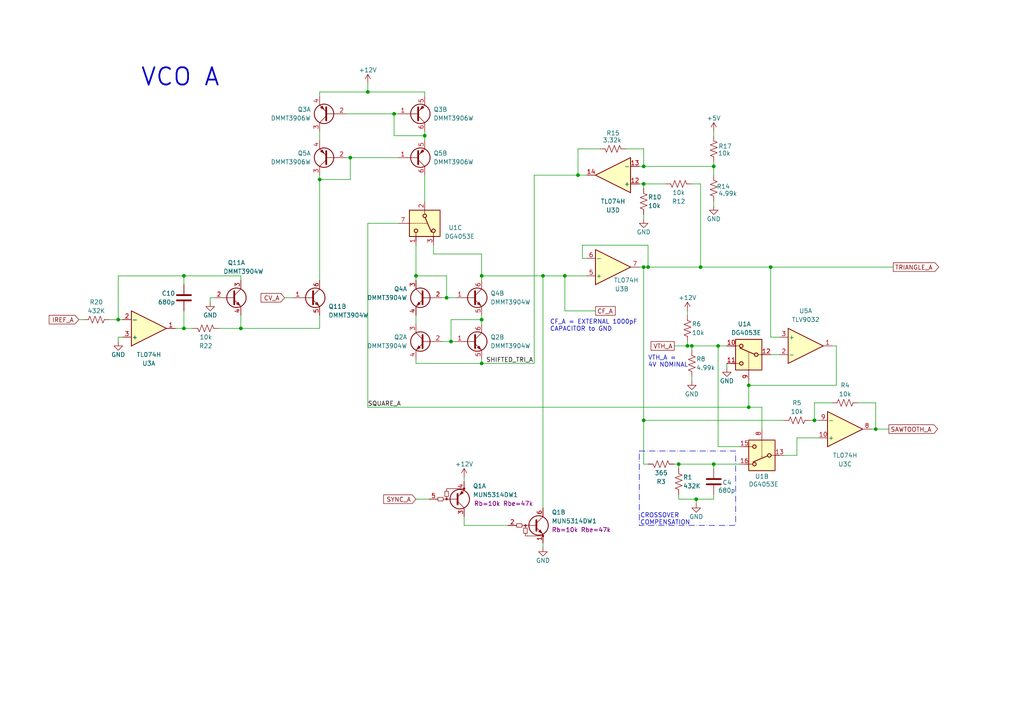
<source format=kicad_sch>
(kicad_sch (version 20231120) (generator "eeschema") (generator_version "8.0")
  (paper "A4")
  (title_block (title "3374 VCO") (date "2024-12-12") (rev "1") (company "Alan Boguslawski"))
  (lib_symbols
    (symbol "Amplifier_Operational:TL074" (pin_names (offset 0.127))
      (property "Reference" "U" (at 0 5.08 0))
      (property "Value" "TL074" (at 0 -5.08 0))
      (symbol "TL074_1_1"
        (pin output line (at 7.62 0 180) (length 2.54) (name "~") (number "1"))
        (pin input line (at -7.62 -2.54 0) (length 2.54) (name "-") (number "2"))
        (pin input line (at -7.62 2.54 0) (length 2.54) (name "+") (number "3"))
      )
      (symbol "TL074_2_1"
        (pin input line (at -7.62 2.54 0) (length 2.54) (name "+") (number "5"))
        (pin input line (at -7.62 -2.54 0) (length 2.54) (name "-") (number "6"))
        (pin output line (at 7.62 0 180) (length 2.54) (name "~") (number "7"))
      )
      (symbol "TL074_3_1"
        (pin input line (at -7.62 2.54 0) (length 2.54) (name "+") (number "10"))
        (pin output line (at 7.62 0 180) (length 2.54) (name "~") (number "8"))
        (pin input line (at -7.62 -2.54 0) (length 2.54) (name "-") (number "9"))
      )
      (symbol "TL074_4_1"
        (pin input line (at -7.62 2.54 0) (length 2.54) (name "+") (number "12"))
        (pin input line (at -7.62 -2.54 0) (length 2.54) (name "-") (number "13"))
        (pin output line (at 7.62 0 180) (length 2.54) (name "~") (number "14"))
      )
      (symbol "TL074_5_1"
        (pin power_in line (at -2.54 -7.62 90) (length 3.81) (name "V-") (number "11"))
        (pin power_in line (at -2.54 7.62 270) (length 3.81) (name "V+") (number "4"))
      )
    )
    (symbol "Amplifier_Operational:TLV9062xDSG" (pin_names (offset 0.127))
      (property "Reference" "U" (at 2.54 6.35 0))
      (property "Value" "TLV9062xDSG" (at 2.54 3.81 0))
      (symbol "TLV9062xDSG_1_1"
        (pin output line (at 7.62 0 180) (length 2.54) (name "~") (number "1"))
        (pin input line (at -7.62 -2.54 0) (length 2.54) (name "-") (number "2"))
        (pin input line (at -7.62 2.54 0) (length 2.54) (name "+") (number "3"))
      )
      (symbol "TLV9062xDSG_2_1"
        (pin input line (at -7.62 2.54 0) (length 2.54) (name "+") (number "5"))
        (pin input line (at -7.62 -2.54 0) (length 2.54) (name "-") (number "6"))
        (pin output line (at 7.62 0 180) (length 2.54) (name "~") (number "7"))
      )
      (symbol "TLV9062xDSG_3_1"
        (pin power_in line (at -2.54 -7.62 90) (length 3.81) (name "V-") (number "4"))
        (pin power_in line (at -2.54 7.62 270) (length 3.81) (name "V+") (number "8"))
        (pin power_in line (at 0 -7.62 90) (length 5.08) (name "PAD") (number "9"))
      )
    )
    (symbol "DG4053E:DG4053E"
      (property "Reference" "U1" (at 12.7 3.81 0))
      (property "Value" "DG4053E" (at 13.97 1.27 0))
      (symbol "DG4053E_1_0"
        (pin bidirectional line (at 6.35 2.54 180) (length 2.54) (name "") (number "10"))
        (pin bidirectional line (at 6.35 -2.54 180) (length 2.54) (name "") (number "11"))
        (pin bidirectional line (at -6.35 0 0) (length 2.54) (name "") (number "12"))
        (pin input line (at 0 -7.62 90) (length 2.54) (name "") (number "9"))
      )
      (symbol "DG4053E_2_0"
        (pin bidirectional line (at -6.35 0 0) (length 2.54) (name "") (number "13"))
        (pin bidirectional line (at 6.35 -2.54 180) (length 2.54) (name "") (number "15"))
        (pin bidirectional line (at 6.35 2.54 180) (length 2.54) (name "") (number "16"))
        (pin input line (at 0 -7.62 90) (length 2.54) (name "") (number "8"))
      )
      (symbol "DG4053E_3_0"
        (pin bidirectional line (at 6.35 -2.54 180) (length 2.54) (name "") (number "1"))
        (pin bidirectional line (at -6.35 0 0) (length 2.54) (name "") (number "2"))
        (pin bidirectional line (at 6.35 2.54 180) (length 2.54) (name "") (number "3"))
        (pin input line (at 0 -7.62 90) (length 2.54) (name "") (number "7"))
      )
      (symbol "DG4053E_4_0"
        (pin power_in line (at 0 7.62 270) (length 2.54) (name "V+") (number "14"))
        (pin input line (at -7.62 0 0) (length 2.54) (name "/EN") (number "4"))
        (pin power_in line (at -2.54 -7.62 90) (length 2.54) (name "V-") (number "5"))
        (pin power_in line (at 5.08 -7.62 90) (length 2.54) (name "GND") (number "6"))
      )
    )
    (symbol "DMMT3904W:DMMT3904W" (pin_names (offset 0) hide)
      (property "Reference" "Q1" (at -1.27 10.16 0))
      (property "Value" "DMMT3904W" (at -2.54 7.62 0))
      (symbol "DMMT3904W_1_1"
        (pin input line (at -5.08 0 0) (length 2.54) (name "B1") (number "2"))
        (pin passive line (at 2.54 5.08 270) (length 2.54) (name "C1") (number "3"))
        (pin passive line (at 2.54 -5.08 90) (length 2.54) (name "E1") (number "4"))
      )
      (symbol "DMMT3904W_2_1"
        (pin input line (at -5.08 0 0) (length 2.54) (name "B2") (number "1"))
        (pin passive line (at 2.54 -5.08 90) (length 2.54) (name "E2") (number "5"))
        (pin passive line (at 2.54 5.08 270) (length 2.54) (name "C2") (number "6"))
      )
    )
    (symbol "DMMT3904W:DMMT3906W" (pin_names (offset 0) hide)
      (property "Reference" "Q2" (at 5.08 -1.27 0))
      (property "Value" "DMMT3906W" (at 5.08 1.27 0))
      (symbol "DMMT3906W_1_1"
        (pin input line (at -5.08 0 0) (length 2.54) (name "B1") (number "2"))
        (pin passive line (at 2.54 5.08 270) (length 2.54) (name "C1") (number "3"))
        (pin passive line (at 2.54 -5.08 90) (length 2.54) (name "E1") (number "4"))
      )
      (symbol "DMMT3906W_2_1"
        (pin input line (at -5.08 0 0) (length 2.54) (name "B2") (number "1"))
        (pin passive line (at 2.54 -5.08 90) (length 2.54) (name "E2") (number "5"))
        (pin passive line (at 2.54 5.08 270) (length 2.54) (name "C2") (number "6"))
      )
    )
    (symbol "Device:C" (pin_numbers hide) (pin_names (offset 0.254))
      (property "Reference" "C" (at 0.635 2.54 0))
      (property "Value" "C" (at 0.635 -2.54 0))
      (symbol "C_1_1"
        (pin passive line (at 0 3.81 270) (length 2.794) (name "~") (number "1"))
        (pin passive line (at 0 -3.81 90) (length 2.794) (name "~") (number "2"))
      )
    )
    (symbol "Device:R_US" (pin_numbers hide) (pin_names (offset 0))
      (property "Reference" "R" (at 2.54 0 90))
      (property "Value" "R_US" (at -2.54 0 90))
      (symbol "R_US_1_1"
        (pin passive line (at 0 3.81 270) (length 1.27) (name "~") (number "1"))
        (pin passive line (at 0 -3.81 90) (length 1.27) (name "~") (number "2"))
      )
    )
    (symbol "MUN5211DW1_1" (pin_names hide)
      (property "Reference" "Q16" (at 3.81 1.0922 0))
      (property "Value" "MUN5335DW1" (at 3.81 -1.4478 0))
      (symbol "MUN5211DW1_1_1_1"
        (pin passive line (at 1.27 5.08 270) (length 2.54) (name "C1") (number "3"))
        (pin passive line (at 1.27 -5.08 90) (length 2.54) (name "E1") (number "4"))
        (pin input line (at -8.89 0 0) (length 2.54) (name "B1") (number "5"))
      )
      (symbol "MUN5211DW1_1_2_1"
        (pin passive line (at 1.27 -5.08 90) (length 2.54) (name "E2") (number "1"))
        (pin input line (at -8.89 0 0) (length 2.54) (name "B2") (number "2"))
        (pin passive line (at 1.27 5.08 270) (length 2.54) (name "C2") (number "6"))
      )
    )
    (symbol "Transistor_BJT:MUN5211DW1" (pin_names hide)
      (property "Reference" "Q16" (at 3.81 1.0922 0))
      (property "Value" "MUN5335DW1" (at 3.81 -1.4478 0))
      (symbol "MUN5211DW1_1_1"
        (pin passive line (at 1.27 5.08 270) (length 2.54) (name "C1") (number "3"))
        (pin passive line (at 1.27 -5.08 90) (length 2.54) (name "E1") (number "4"))
        (pin input line (at -8.89 0 0) (length 2.54) (name "B1") (number "5"))
      )
      (symbol "MUN5211DW1_2_1"
        (pin passive line (at 1.27 -5.08 90) (length 2.54) (name "E2") (number "1"))
        (pin input line (at -8.89 0 0) (length 2.54) (name "B2") (number "2"))
        (pin passive line (at 1.27 5.08 270) (length 2.54) (name "C2") (number "6"))
      )
    )
    (symbol "power:+12V" (power) (pin_names (offset 0))
      (property "Value" "+12V" (at 0 3.556 0))
      (symbol "+12V_1_1"
        (pin power_in line (at 0 0 90) (length 0) hide (name "+12V") (number "1"))
      )
    )
    (symbol "power:+5V" (power) (pin_names (offset 0))
      (property "Value" "+5V" (at 0 3.556 0))
      (symbol "+5V_1_1"
        (pin power_in line (at 0 0 90) (length 0) hide (name "+5V") (number "1"))
      )
    )
    (symbol "power:GND" (power) (pin_names (offset 0))
      (property "Value" "GND" (at 0 -3.81 0))
      (symbol "GND_1_1"
        (pin power_in line (at 0 0 270) (length 0) hide (name "GND") (number "1"))
      )
    )
  )
  (junction (at 223.52 77.47))
  (junction (at 139.7 92.71))
  (junction (at 34.29 92.71))
  (junction (at 187.96 77.47))
  (junction (at 236.22 121.92))
  (junction (at 196.85 134.62))
  (junction (at 200.66 100.33))
  (junction (at 186.69 77.47))
  (junction (at 207.01 134.62))
  (junction (at 114.3 33.02))
  (junction (at 186.69 53.34))
  (junction (at 217.17 118.11))
  (junction (at 199.39 100.33))
  (junction (at 163.83 80.01))
  (junction (at 186.69 48.26))
  (junction (at 139.7 105.41))
  (junction (at 207.01 48.26))
  (junction (at 53.34 95.25))
  (junction (at 217.17 111.76))
  (junction (at 69.85 95.25))
  (junction (at 123.19 39.37))
  (junction (at 201.93 144.78))
  (junction (at 53.34 80.01))
  (junction (at 92.71 52.07))
  (junction (at 139.7 80.01))
  (junction (at 208.28 100.33))
  (junction (at 203.2 77.47))
  (junction (at 101.6 45.72))
  (junction (at 106.68 26.67))
  (junction (at 254 124.46))
  (junction (at 157.48 80.01))
  (junction (at 129.54 86.36))
  (junction (at 130.81 99.06))
  (junction (at 120.65 80.01))
  (junction (at 186.69 121.92))
  (junction (at 167.64 50.8))
  (wire (pts (xy 231.14 132.08) (xy 227.33 132.08)))
  (wire (pts (xy 34.29 80.01) (xy 53.34 80.01)))
  (wire (pts (xy 207.01 143.51) (xy 207.01 144.78)))
  (wire (pts (xy 139.7 80.01) (xy 157.48 80.01)))
  (wire (pts (xy 163.83 80.01) (xy 170.18 80.01)))
  (wire (pts (xy 241.3 116.84) (xy 236.22 116.84)))
  (wire (pts (xy 208.28 129.54) (xy 214.63 129.54)))
  (wire (pts (xy 92.71 52.07) (xy 92.71 81.28)))
  (wire (pts (xy 139.7 105.41) (xy 154.94 105.41)))
  (wire (pts (xy 100.33 45.72) (xy 101.6 45.72)))
  (wire (pts (xy 22.86 92.71) (xy 24.13 92.71)))
  (wire (pts (xy 223.52 102.87) (xy 226.06 102.87)))
  (wire (pts (xy 34.29 97.79) (xy 35.56 97.79)))
  (wire (pts (xy 196.85 134.62) (xy 207.01 134.62)))
  (wire (pts (xy 34.29 80.01) (xy 34.29 92.71)))
  (wire (pts (xy 207.01 134.62) (xy 214.63 134.62)))
  (wire (pts (xy 207.01 58.42) (xy 207.01 59.69)))
  (wire (pts (xy 254 116.84) (xy 254 124.46)))
  (wire (pts (xy 120.65 144.78) (xy 124.46 144.78)))
  (wire (pts (xy 120.65 71.12) (xy 120.65 80.01)))
  (wire (pts (xy 92.71 26.67) (xy 106.68 26.67)))
  (wire (pts (xy 195.58 100.33) (xy 199.39 100.33)))
  (wire (pts (xy 254 124.46) (xy 257.81 124.46)))
  (wire (pts (xy 181.61 43.18) (xy 186.69 43.18)))
  (wire (pts (xy 220.98 118.11) (xy 220.98 124.46)))
  (wire (pts (xy 134.62 138.43) (xy 134.62 139.7)))
  (wire (pts (xy 154.94 50.8) (xy 154.94 105.41)))
  (wire (pts (xy 254 124.46) (xy 252.73 124.46)))
  (wire (pts (xy 106.68 26.67) (xy 123.19 26.67)))
  (wire (pts (xy 134.62 152.4) (xy 147.32 152.4)))
  (wire (pts (xy 217.17 111.76) (xy 217.17 118.11)))
  (wire (pts (xy 196.85 134.62) (xy 196.85 135.89)))
  (wire (pts (xy 196.85 143.51) (xy 196.85 144.78)))
  (wire (pts (xy 53.34 95.25) (xy 55.88 95.25)))
  (wire (pts (xy 187.96 71.12) (xy 168.91 71.12)))
  (wire (pts (xy 185.42 53.34) (xy 186.69 53.34)))
  (wire (pts (xy 50.8 95.25) (xy 53.34 95.25)))
  (wire (pts (xy 217.17 110.49) (xy 217.17 111.76)))
  (wire (pts (xy 129.54 86.36) (xy 132.08 86.36)))
  (wire (pts (xy 123.19 50.8) (xy 123.19 58.42)))
  (wire (pts (xy 53.34 80.01) (xy 69.85 80.01)))
  (wire (pts (xy 139.7 91.44) (xy 139.7 92.71)))
  (wire (pts (xy 196.85 144.78) (xy 201.93 144.78)))
  (wire (pts (xy 201.93 144.78) (xy 201.93 146.05)))
  (wire (pts (xy 114.3 33.02) (xy 115.57 33.02)))
  (wire (pts (xy 92.71 91.44) (xy 92.71 95.25)))
  (wire (pts (xy 134.62 149.86) (xy 134.62 152.4)))
  (wire (pts (xy 123.19 26.67) (xy 123.19 27.94)))
  (wire (pts (xy 241.3 100.33) (xy 242.57 100.33)))
  (wire (pts (xy 185.42 48.26) (xy 186.69 48.26)))
  (wire (pts (xy 207.01 46.99) (xy 207.01 48.26)))
  (wire (pts (xy 186.69 48.26) (xy 207.01 48.26)))
  (wire (pts (xy 125.73 73.66) (xy 139.7 73.66)))
  (wire (pts (xy 186.69 48.26) (xy 186.69 43.18)))
  (wire (pts (xy 168.91 74.93) (xy 170.18 74.93)))
  (wire (pts (xy 92.71 38.1) (xy 92.71 40.64)))
  (wire (pts (xy 187.96 77.47) (xy 203.2 77.47)))
  (wire (pts (xy 200.66 109.22) (xy 200.66 110.49)))
  (wire (pts (xy 199.39 90.17) (xy 199.39 91.44)))
  (wire (pts (xy 125.73 71.12) (xy 125.73 73.66)))
  (wire (pts (xy 163.83 80.01) (xy 163.83 90.17)))
  (wire (pts (xy 92.71 95.25) (xy 69.85 95.25)))
  (wire (pts (xy 62.23 86.36) (xy 60.96 86.36)))
  (wire (pts (xy 130.81 99.06) (xy 130.81 92.71)))
  (wire (pts (xy 120.65 80.01) (xy 129.54 80.01)))
  (wire (pts (xy 186.69 121.92) (xy 186.69 134.62)))
  (wire (pts (xy 82.55 86.36) (xy 85.09 86.36)))
  (wire (pts (xy 120.65 91.44) (xy 120.65 93.98)))
  (wire (pts (xy 163.83 90.17) (xy 172.72 90.17)))
  (wire (pts (xy 34.29 92.71) (xy 35.56 92.71)))
  (wire (pts (xy 199.39 100.33) (xy 200.66 100.33)))
  (wire (pts (xy 168.91 71.12) (xy 168.91 74.93)))
  (wire (pts (xy 227.33 121.92) (xy 186.69 121.92)))
  (wire (pts (xy 208.28 100.33) (xy 208.28 129.54)))
  (wire (pts (xy 186.69 62.23) (xy 186.69 63.5)))
  (wire (pts (xy 114.3 39.37) (xy 114.3 33.02)))
  (wire (pts (xy 92.71 50.8) (xy 92.71 52.07)))
  (wire (pts (xy 186.69 134.62) (xy 187.96 134.62)))
  (wire (pts (xy 101.6 45.72) (xy 101.6 52.07)))
  (wire (pts (xy 101.6 45.72) (xy 115.57 45.72)))
  (wire (pts (xy 200.66 100.33) (xy 200.66 101.6)))
  (wire (pts (xy 186.69 77.47) (xy 186.69 121.92)))
  (wire (pts (xy 223.52 77.47) (xy 259.08 77.47)))
  (wire (pts (xy 120.65 105.41) (xy 139.7 105.41)))
  (wire (pts (xy 106.68 64.77) (xy 115.57 64.77)))
  (wire (pts (xy 34.29 99.06) (xy 34.29 97.79)))
  (wire (pts (xy 203.2 53.34) (xy 203.2 77.47)))
  (wire (pts (xy 186.69 53.34) (xy 186.69 54.61)))
  (wire (pts (xy 167.64 50.8) (xy 170.18 50.8)))
  (wire (pts (xy 154.94 50.8) (xy 167.64 50.8)))
  (wire (pts (xy 220.98 118.11) (xy 217.17 118.11)))
  (wire (pts (xy 226.06 97.79) (xy 223.52 97.79)))
  (wire (pts (xy 128.27 86.36) (xy 129.54 86.36)))
  (wire (pts (xy 231.14 127) (xy 231.14 132.08)))
  (wire (pts (xy 200.66 53.34) (xy 203.2 53.34)))
  (wire (pts (xy 123.19 39.37) (xy 123.19 40.64)))
  (wire (pts (xy 106.68 24.13) (xy 106.68 26.67)))
  (wire (pts (xy 101.6 52.07) (xy 92.71 52.07)))
  (wire (pts (xy 248.92 116.84) (xy 254 116.84)))
  (wire (pts (xy 167.64 43.18) (xy 173.99 43.18)))
  (wire (pts (xy 53.34 80.01) (xy 53.34 82.55)))
  (wire (pts (xy 123.19 38.1) (xy 123.19 39.37)))
  (wire (pts (xy 120.65 104.14) (xy 120.65 105.41)))
  (wire (pts (xy 69.85 91.44) (xy 69.85 95.25)))
  (wire (pts (xy 234.95 121.92) (xy 236.22 121.92)))
  (wire (pts (xy 242.57 100.33) (xy 242.57 111.76)))
  (wire (pts (xy 139.7 105.41) (xy 139.7 104.14)))
  (wire (pts (xy 242.57 111.76) (xy 217.17 111.76)))
  (wire (pts (xy 69.85 81.28) (xy 69.85 80.01)))
  (wire (pts (xy 123.19 39.37) (xy 114.3 39.37)))
  (wire (pts (xy 200.66 100.33) (xy 208.28 100.33)))
  (wire (pts (xy 223.52 97.79) (xy 223.52 77.47)))
  (wire (pts (xy 236.22 121.92) (xy 237.49 121.92)))
  (wire (pts (xy 207.01 38.1) (xy 207.01 39.37)))
  (wire (pts (xy 157.48 157.48) (xy 157.48 158.75)))
  (wire (pts (xy 100.33 33.02) (xy 114.3 33.02)))
  (wire (pts (xy 106.68 64.77) (xy 106.68 118.11)))
  (wire (pts (xy 129.54 86.36) (xy 129.54 80.01)))
  (wire (pts (xy 186.69 77.47) (xy 187.96 77.47)))
  (wire (pts (xy 236.22 116.84) (xy 236.22 121.92)))
  (wire (pts (xy 157.48 80.01) (xy 163.83 80.01)))
  (wire (pts (xy 167.64 43.18) (xy 167.64 50.8)))
  (wire (pts (xy 208.28 100.33) (xy 210.82 100.33)))
  (wire (pts (xy 139.7 92.71) (xy 139.7 93.98)))
  (wire (pts (xy 186.69 53.34) (xy 193.04 53.34)))
  (wire (pts (xy 207.01 48.26) (xy 207.01 50.8)))
  (wire (pts (xy 130.81 92.71) (xy 139.7 92.71)))
  (wire (pts (xy 31.75 92.71) (xy 34.29 92.71)))
  (wire (pts (xy 130.81 99.06) (xy 132.08 99.06)))
  (wire (pts (xy 185.42 77.47) (xy 186.69 77.47)))
  (wire (pts (xy 207.01 144.78) (xy 201.93 144.78)))
  (wire (pts (xy 69.85 95.25) (xy 63.5 95.25)))
  (wire (pts (xy 139.7 80.01) (xy 139.7 81.28)))
  (wire (pts (xy 207.01 134.62) (xy 207.01 135.89)))
  (wire (pts (xy 210.82 105.41) (xy 210.82 106.68)))
  (wire (pts (xy 187.96 77.47) (xy 187.96 71.12)))
  (wire (pts (xy 106.68 118.11) (xy 217.17 118.11)))
  (wire (pts (xy 92.71 26.67) (xy 92.71 27.94)))
  (wire (pts (xy 195.58 134.62) (xy 196.85 134.62)))
  (wire (pts (xy 199.39 99.06) (xy 199.39 100.33)))
  (wire (pts (xy 139.7 73.66) (xy 139.7 80.01)))
  (wire (pts (xy 237.49 127) (xy 231.14 127)))
  (wire (pts (xy 157.48 80.01) (xy 157.48 147.32)))
  (wire (pts (xy 203.2 77.47) (xy 223.52 77.47)))
  (wire (pts (xy 60.96 86.36) (xy 60.96 87.63)))
  (wire (pts (xy 53.34 90.17) (xy 53.34 95.25)))
  (wire (pts (xy 128.27 99.06) (xy 130.81 99.06)))
  (wire (pts (xy 120.65 80.01) (xy 120.65 81.28)))
  (rectangle (start 185.42 130.81) (end 213.36 152.4) (stroke (width 0) (type dash_dot)))
  (text "CF_A = EXTERNAL 1000pF\nCAPACITOR to GND" (at 159.512 96.266 0) (effects (font (size 1.27 1.27)) (justify left bottom)))
  (text "VTH_A =\n4V NOMINAL" (at 187.96 106.68 0) (effects (font (size 1.27 1.27)) (justify left bottom)))
  (text "VCO A" (at 40.64 25.4 0) (effects (font (size 5 5) (thickness 0.508) (bold yes)) (justify left bottom)))
  (text "CROSSOVER\nCOMPENSATION" (at 185.674 152.4 0) (effects (font (size 1.27 1.27)) (justify left bottom)))
  (label "SQUARE_A" (at 106.68 118.11 0))
  (label "SHIFTED_TRI_A" (at 140.97 105.41 0))
  (global_label "VTH_A" (shape passive) (at 195.58 100.33 180) (property "Intersheetrefs" "${INTERSHEET_REFS}" (effects (hide yes))))
  (global_label "IREF_A" (shape input) (at 22.86 92.71 180) (property "Intersheetrefs" "${INTERSHEET_REFS}" (effects (hide yes))))
  (global_label "CF_A" (shape passive) (at 172.72 90.17 0) (property "Intersheetrefs" "${INTERSHEET_REFS}" (effects (hide yes))))
  (global_label "SYNC_A" (shape input) (at 120.65 144.78 180) (property "Intersheetrefs" "${INTERSHEET_REFS}" (effects (hide yes))))
  (global_label "TRIANGLE_A" (shape output) (at 259.08 77.47 0) (property "Intersheetrefs" "${INTERSHEET_REFS}" (effects (hide yes))))
  (global_label "SAWTOOTH_A" (shape output) (at 257.81 124.46 0) (property "Intersheetrefs" "${INTERSHEET_REFS}" (effects (hide yes))))
  (global_label "CV_A" (shape input) (at 82.55 86.36 180) (property "Intersheetrefs" "${INTERSHEET_REFS}" (effects (hide yes))))
  (symbol (lib_id "DG4053E:DG4053E") (at 220.98 132.08 180) (unit 2)
    (property "Reference" "U1" (at 220.98 138.176 0))
    (property "Value" "DG4053E" (at 221.488 140.462 0))
    (property "Footprint" "footprints:QFN_EEN-T1-GE4_VIS" (effects (hide yes)))
    (property "Datasheet" "https://www.vishay.com/docs/69685/dg4051e.pdf" (effects (hide yes)))
    (property "Description" "Triple SPDT CMOS Analog Switch" (effects (hide yes)))
    (property "Mfg" "Vishay" (effects (hide yes)))
    (property "Mfg PN" "DG4053EEN-T1-GE4" (effects (hide yes)))
    (property "Package" "16-miniQFN" (effects (hide yes)))
    (property "Type" "SMD" (effects (hide yes)))
    (property "Distributor" "Mouser" (effects (hide yes)))
    (property "Distributor PN" "78-DG4053EEN-T1-GE4" (effects (hide yes)))
    (property "Substitute part okay?" "No" (effects (hide yes)))
  )
  (symbol (lib_id "power:GND") (at 60.96 87.63 0) (unit 1)
    (property "Reference" "#PWR020" (effects (hide yes)))
    (property "Value" "GND" (at 60.96 91.44 0))
  )
  (symbol (lib_id "power:GND") (at 157.48 158.75 0) (unit 1)
    (property "Reference" "#PWR023" (effects (hide yes)))
    (property "Value" "GND" (at 157.48 162.56 0))
  )
  (symbol (lib_id "Device:R_US") (at 186.69 58.42 0) (unit 1)
    (property "Reference" "R10" (at 187.96 57.15 0) (effects (justify left)))
    (property "Value" "10k" (at 187.96 59.69 0) (effects (justify left)))
    (property "Footprint" "Resistor_SMD:R_0201_0603Metric" (effects (hide yes)))
    (property "Description" "Resistor, 10k Ohm, 1%, 0.05W" (effects (hide yes)))
    (property "Package" "0201" (effects (hide yes)))
    (property "Rating" "0.05W" (effects (hide yes)))
    (property "Tolerance" "1%" (effects (hide yes)))
    (property "Type" "SMD" (effects (hide yes)))
    (property "Distributor" "LCSC" (effects (hide yes)))
    (property "Distributor PN" "C473048" (effects (hide yes)))
    (property "Substitute part okay?" "Yes" (effects (hide yes)))
    (property "Mfg" "Uniroyal" (effects (hide yes)))
    (property "Mfg PN" "0201WMF1002TEE" (effects (hide yes)))
  )
  (symbol (lib_id "DMMT3904W:DMMT3906W") (at 120.65 33.02 0) (mirror x) (unit 2)
    (property "Reference" "Q3" (at 125.73 31.75 0) (effects (justify left)))
    (property "Value" "DMMT3906W" (at 125.73 34.29 0) (effects (justify left)))
    (property "Footprint" "Package_TO_SOT_SMD:SOT-363_SC-70-6" (effects (hide yes)))
    (property "Datasheet" "https://www.diodes.com/assets/Datasheets/ds30312.pdf" (effects (hide yes)))
    (property "Description" "Transistor, Dual Matched PNP" (effects (hide yes)))
    (property "Mfg" "Diodes Inc" (effects (hide yes)))
    (property "Mfg PN" "DMMT3906W-7-F" (effects (hide yes)))
    (property "Package" "SC-88" (effects (hide yes)))
    (property "Type" "SMD" (effects (hide yes)))
    (property "Distributor" "LCSC" (effects (hide yes)))
    (property "Distributor PN" "C151567" (effects (hide yes)))
    (property "Substitute part okay?" "No" (effects (hide yes)))
  )
  (symbol (lib_id "DMMT3904W:DMMT3904W") (at 67.31 86.36 0) (unit 1)
    (property "Reference" "Q11" (at 66.04 76.2 0) (effects (justify left)))
    (property "Value" "DMMT3904W" (at 64.77 78.74 0) (effects (justify left)))
    (property "Footprint" "Package_TO_SOT_SMD:SOT-363_SC-70-6" (effects (hide yes)))
    (property "Datasheet" "https://www.diodes.com/assets/Datasheets/DMMT3904W.pdf" (effects (hide yes)))
    (property "Description" "Transistor, Dual Matched NPN" (effects (hide yes)))
    (property "Mfg" "Diodes Inc" (effects (hide yes)))
    (property "Mfg PN" "DMMT3904W-7-F" (effects (hide yes)))
    (property "Package" "SC-88" (effects (hide yes)))
    (property "Type" "SMD" (effects (hide yes)))
    (property "Distributor" "LCSC" (effects (hide yes)))
    (property "Distributor PN" "C155305" (effects (hide yes)))
    (property "Substitute part okay?" "No" (effects (hide yes)))
  )
  (symbol (lib_id "DG4053E:DG4053E") (at 123.19 64.77 270) (unit 3)
    (property "Reference" "U1" (at 132.08 66.04 90))
    (property "Value" "DG4053E" (at 133.35 68.58 90))
    (property "Footprint" "footprints:QFN_EEN-T1-GE4_VIS" (effects (hide yes)))
    (property "Datasheet" "https://www.vishay.com/docs/69685/dg4051e.pdf" (effects (hide yes)))
    (property "Description" "Triple SPDT CMOS Analog Switch" (effects (hide yes)))
    (property "Mfg" "Vishay" (effects (hide yes)))
    (property "Mfg PN" "DG4053EEN-T1-GE4" (effects (hide yes)))
    (property "Package" "16-miniQFN" (effects (hide yes)))
    (property "Type" "SMD" (effects (hide yes)))
    (property "Distributor" "Mouser" (effects (hide yes)))
    (property "Distributor PN" "78-DG4053EEN-T1-GE4" (effects (hide yes)))
    (property "Substitute part okay?" "No" (effects (hide yes)))
  )
  (symbol (lib_id "power:+12V") (at 106.68 24.13 0) (unit 1)
    (property "Reference" "#PWR021" (effects (hide yes)))
    (property "Value" "+12V" (at 106.68 20.32 0))
  )
  (symbol (lib_id "DMMT3904W:DMMT3906W") (at 120.65 45.72 0) (mirror x) (unit 2)
    (property "Reference" "Q5" (at 125.73 44.45 0) (effects (justify left)))
    (property "Value" "DMMT3906W" (at 125.73 46.99 0) (effects (justify left)))
    (property "Footprint" "Package_TO_SOT_SMD:SOT-363_SC-70-6" (effects (hide yes)))
    (property "Datasheet" "https://www.diodes.com/assets/Datasheets/ds30312.pdf" (effects (hide yes)))
    (property "Description" "Transistor, Dual Matched PNP" (effects (hide yes)))
    (property "Mfg" "Diodes Inc" (effects (hide yes)))
    (property "Mfg PN" "DMMT3906W-7-F" (effects (hide yes)))
    (property "Package" "SC-88" (effects (hide yes)))
    (property "Type" "SMD" (effects (hide yes)))
    (property "Distributor" "LCSC" (effects (hide yes)))
    (property "Distributor PN" "C151567" (effects (hide yes)))
    (property "Substitute part okay?" "No" (effects (hide yes)))
  )
  (symbol (lib_id "DMMT3904W:DMMT3904W") (at 137.16 99.06 0) (unit 2)
    (property "Reference" "Q2" (at 142.24 97.79 0) (effects (justify left)))
    (property "Value" "DMMT3904W" (at 142.24 100.33 0) (effects (justify left)))
    (property "Footprint" "Package_TO_SOT_SMD:SOT-363_SC-70-6" (effects (hide yes)))
    (property "Datasheet" "https://www.diodes.com/assets/Datasheets/DMMT3904W.pdf" (effects (hide yes)))
    (property "Description" "Transistor, Dual Matched NPN" (effects (hide yes)))
    (property "Mfg" "Diodes Inc" (effects (hide yes)))
    (property "Mfg PN" "DMMT3904W-7-F" (effects (hide yes)))
    (property "Package" "SC-88" (effects (hide yes)))
    (property "Type" "SMD" (effects (hide yes)))
    (property "Distributor" "LCSC" (effects (hide yes)))
    (property "Distributor PN" "C155305" (effects (hide yes)))
    (property "Substitute part okay?" "No" (effects (hide yes)))
  )
  (symbol (lib_id "Device:R_US") (at 191.77 134.62 90) (mirror x) (unit 1)
    (property "Reference" "R3" (at 191.77 139.7 90))
    (property "Value" "365" (at 191.77 137.16 90))
    (property "Footprint" "Resistor_SMD:R_0201_0603Metric" (effects (hide yes)))
    (property "Description" "Resistor, 365 Ohm, 1%, 0.05W" (effects (hide yes)))
    (property "Package" "0201" (effects (hide yes)))
    (property "Rating" "0.05W" (effects (hide yes)))
    (property "Tolerance" "1%" (effects (hide yes)))
    (property "Type" "SMD" (effects (hide yes)))
    (property "Distributor" "LCSC" (effects (hide yes)))
    (property "Distributor PN" "C423558" (effects (hide yes)))
    (property "Substitute part okay?" "Yes" (effects (hide yes)))
    (property "Mfg" "Uniroyal" (effects (hide yes)))
    (property "Mfg PN" "0201WMF3650TEE" (effects (hide yes)))
  )
  (symbol (lib_id "Amplifier_Operational:TL074") (at 245.11 124.46 0) (mirror x) (unit 3)
    (property "Reference" "U3" (at 245.11 134.62 0))
    (property "Value" "TL074H" (at 245.11 132.08 0))
    (property "Footprint" "footprints:SOT23_DYY_TEX-L" (effects (hide yes)))
    (property "Datasheet" "http://www.ti.com/lit/ds/symlink/tl071.pdf" (effects (hide yes)))
    (property "Description" "IC, Quad Op Amp" (effects (hide yes)))
    (property "Mfg" "Texas Instruments" (effects (hide yes)))
    (property "Mfg PN" "TL074HIDYYR" (effects (hide yes)))
    (property "Package" "14-SOT-23-THIN" (effects (hide yes)))
    (property "Type" "SMD" (effects (hide yes)))
    (property "Distributor" "Mouser" (effects (hide yes)))
    (property "Distributor PN" "595-TL074HIDYYR" (effects (hide yes)))
    (property "Substitute part okay?" "No" (effects (hide yes)))
  )
  (symbol (lib_id "power:+12V") (at 199.39 90.17 0) (unit 1)
    (property "Reference" "#PWR025" (effects (hide yes)))
    (property "Value" "+12V" (at 199.39 86.36 0))
  )
  (symbol (lib_id "Device:R_US") (at 27.94 92.71 90) (unit 1)
    (property "Reference" "R20" (at 27.94 87.63 90))
    (property "Value" "432K" (at 27.94 90.17 90))
    (property "Footprint" "Resistor_SMD:R_0201_0603Metric" (effects (hide yes)))
    (property "Description" "Resistor, 432k Ohm, 1%, 0.05W" (effects (hide yes)))
    (property "Package" "0201" (effects (hide yes)))
    (property "Rating" "0.05W" (effects (hide yes)))
    (property "Tolerance" "1%" (effects (hide yes)))
    (property "Type" "SMD" (effects (hide yes)))
    (property "Distributor" "LCSC" (effects (hide yes)))
    (property "Distributor PN" "C367623" (effects (hide yes)))
    (property "Substitute part okay?" "Yes" (effects (hide yes)))
    (property "Mfg" "Walsin" (effects (hide yes)))
    (property "Mfg PN" "WR02X4323FAL" (effects (hide yes)))
  )
  (symbol (lib_name "MUN5211DW1_1") (lib_id "Transistor_BJT:MUN5211DW1") (at 156.21 152.4 0) (unit 2)
    (property "Reference" "Q1" (at 160.02 148.59 0) (effects (justify left)))
    (property "Value" "MUN5314DW1" (at 160.02 151.13 0) (effects (justify left)))
    (property "Footprint" "Package_TO_SOT_SMD:SOT-363_SC-70-6" (effects (hide yes)))
    (property "Datasheet" "https://datasheet.lcsc.com/lcsc/1912111437_LRC-LMUN5314DW1T1G_C417318.pdf" (effects (hide yes)))
    (property "Description" "Transistor, Dual Complementary Prebiased, Rb=10k, Rbe=47k" (effects (hide yes)))
    (property "Comment" "Rb=10k Rbe=47k" (at 160.02 153.67 0) (effects (justify left)))
    (property "Mfg" "LRC" (effects (hide yes)))
    (property "Mfg PN" "LMUN5314DW1T1G" (effects (hide yes)))
    (property "Package" "SC-88" (effects (hide yes)))
    (property "Type" "SMD" (effects (hide yes)))
    (property "Distributor" "LCSC" (effects (hide yes)))
    (property "Distributor PN" "C417318" (effects (hide yes)))
    (property "Substitute part okay?" "No" (effects (hide yes)))
  )
  (symbol (lib_id "DMMT3904W:DMMT3904W") (at 90.17 86.36 0) (unit 2)
    (property "Reference" "Q11" (at 95.25 88.9 0) (effects (justify left)))
    (property "Value" "DMMT3904W" (at 95.25 91.44 0) (effects (justify left)))
    (property "Footprint" "Package_TO_SOT_SMD:SOT-363_SC-70-6" (effects (hide yes)))
    (property "Datasheet" "https://www.diodes.com/assets/Datasheets/DMMT3904W.pdf" (effects (hide yes)))
    (property "Description" "Transistor, Dual Matched NPN" (effects (hide yes)))
    (property "Mfg" "Diodes Inc" (effects (hide yes)))
    (property "Mfg PN" "DMMT3904W-7-F" (effects (hide yes)))
    (property "Package" "SC-88" (effects (hide yes)))
    (property "Type" "SMD" (effects (hide yes)))
    (property "Distributor" "LCSC" (effects (hide yes)))
    (property "Distributor PN" "C155305" (effects (hide yes)))
    (property "Substitute part okay?" "No" (effects (hide yes)))
  )
  (symbol (lib_id "power:+5V") (at 207.01 38.1 0) (unit 1)
    (property "Reference" "#PWR028" (effects (hide yes)))
    (property "Value" "+5V" (at 207.01 34.29 0))
  )
  (symbol (lib_id "Device:R_US") (at 199.39 95.25 0) (unit 1)
    (property "Reference" "R6" (at 200.66 93.98 0) (effects (justify left)))
    (property "Value" "10k" (at 200.66 96.52 0) (effects (justify left)))
    (property "Footprint" "Resistor_SMD:R_0201_0603Metric" (effects (hide yes)))
    (property "Description" "Resistor, 10k Ohm, 1%, 0.05W" (effects (hide yes)))
    (property "Package" "0201" (effects (hide yes)))
    (property "Rating" "0.05W" (effects (hide yes)))
    (property "Tolerance" "1%" (effects (hide yes)))
    (property "Type" "SMD" (effects (hide yes)))
    (property "Distributor" "LCSC" (effects (hide yes)))
    (property "Distributor PN" "C473048" (effects (hide yes)))
    (property "Substitute part okay?" "Yes" (effects (hide yes)))
    (property "Mfg" "Uniroyal" (effects (hide yes)))
    (property "Mfg PN" "0201WMF1002TEE" (effects (hide yes)))
  )
  (symbol (lib_id "Amplifier_Operational:TL074") (at 43.18 95.25 0) (mirror x) (unit 1)
    (property "Reference" "U3" (at 43.18 105.41 0))
    (property "Value" "TL074H" (at 43.18 102.87 0))
    (property "Footprint" "footprints:SOT23_DYY_TEX-L" (effects (hide yes)))
    (property "Datasheet" "http://www.ti.com/lit/ds/symlink/tl071.pdf" (effects (hide yes)))
    (property "Description" "IC, Quad Op Amp" (effects (hide yes)))
    (property "Mfg" "Texas Instruments" (effects (hide yes)))
    (property "Mfg PN" "TL074HIDYYR" (effects (hide yes)))
    (property "Package" "14-SOT-23-THIN" (effects (hide yes)))
    (property "Type" "SMD" (effects (hide yes)))
    (property "Distributor" "Mouser" (effects (hide yes)))
    (property "Distributor PN" "595-TL074HIDYYR" (effects (hide yes)))
    (property "Substitute part okay?" "No" (effects (hide yes)))
  )
  (symbol (lib_id "Device:R_US") (at 231.14 121.92 90) (unit 1)
    (property "Reference" "R5" (at 231.14 116.84 90))
    (property "Value" "10k" (at 231.14 119.38 90))
    (property "Footprint" "Resistor_SMD:R_0201_0603Metric" (effects (hide yes)))
    (property "Description" "Resistor, 10k Ohm, 1%, 0.05W" (effects (hide yes)))
    (property "Package" "0201" (effects (hide yes)))
    (property "Rating" "0.05W" (effects (hide yes)))
    (property "Tolerance" "1%" (effects (hide yes)))
    (property "Type" "SMD" (effects (hide yes)))
    (property "Distributor" "LCSC" (effects (hide yes)))
    (property "Distributor PN" "C473048" (effects (hide yes)))
    (property "Substitute part okay?" "Yes" (effects (hide yes)))
    (property "Mfg" "Uniroyal" (effects (hide yes)))
    (property "Mfg PN" "0201WMF1002TEE" (effects (hide yes)))
  )
  (symbol (lib_id "Device:R_US") (at 207.01 54.61 0) (unit 1)
    (property "Reference" "R14" (at 209.804 54.102 0))
    (property "Value" "4.99k" (at 211.074 56.134 0))
    (property "Footprint" "Resistor_SMD:R_0201_0603Metric" (effects (hide yes)))
    (property "Description" "Resistor, 4.99k Ohm, 1%, 0.05W" (effects (hide yes)))
    (property "Package" "0201" (effects (hide yes)))
    (property "Rating" "0.05W" (effects (hide yes)))
    (property "Tolerance" "1%" (effects (hide yes)))
    (property "Type" "SMD" (effects (hide yes)))
    (property "Distributor" "LCSC" (effects (hide yes)))
    (property "Distributor PN" "C473528" (effects (hide yes)))
    (property "Substitute part okay?" "Yes" (effects (hide yes)))
    (property "Mfg" "Uniroyal" (effects (hide yes)))
    (property "Mfg PN" "0201WMF4991TEE" (effects (hide yes)))
  )
  (symbol (lib_id "Device:R_US") (at 177.8 43.18 90) (mirror x) (unit 1)
    (property "Reference" "R15" (at 177.8 38.608 90))
    (property "Value" "3.32k" (at 177.546 40.64 90))
    (property "Footprint" "Resistor_SMD:R_0201_0603Metric" (effects (hide yes)))
    (property "Description" "Resistor, 3.32k Ohm, 1%, 0.05W" (effects (hide yes)))
    (property "Package" "0201" (effects (hide yes)))
    (property "Rating" "0.05W" (effects (hide yes)))
    (property "Tolerance" "1%" (effects (hide yes)))
    (property "Type" "SMD" (effects (hide yes)))
    (property "Distributor" "LCSC" (effects (hide yes)))
    (property "Distributor PN" "C474121" (effects (hide yes)))
    (property "Substitute part okay?" "Yes" (effects (hide yes)))
    (property "Mfg" "Uniroyal" (effects (hide yes)))
    (property "Mfg PN" "0201WMF3321TEE" (effects (hide yes)))
  )
  (symbol (lib_id "Device:R_US") (at 207.01 43.18 180) (unit 1)
    (property "Reference" "R17" (at 210.312 42.418 0))
    (property "Value" "10k" (at 210.058 44.45 0))
    (property "Footprint" "Resistor_SMD:R_0201_0603Metric" (effects (hide yes)))
    (property "Description" "Resistor, 10k Ohm, 1%, 0.05W" (effects (hide yes)))
    (property "Package" "0201" (effects (hide yes)))
    (property "Rating" "0.05W" (effects (hide yes)))
    (property "Tolerance" "1%" (effects (hide yes)))
    (property "Type" "SMD" (effects (hide yes)))
    (property "Distributor" "LCSC" (effects (hide yes)))
    (property "Distributor PN" "C473048" (effects (hide yes)))
    (property "Substitute part okay?" "Yes" (effects (hide yes)))
    (property "Mfg" "Uniroyal" (effects (hide yes)))
    (property "Mfg PN" "0201WMF1002TEE" (effects (hide yes)))
  )
  (symbol (lib_id "DMMT3904W:DMMT3906W") (at 95.25 33.02 180) (unit 1)
    (property "Reference" "Q3" (at 90.17 31.75 0) (effects (justify left)))
    (property "Value" "DMMT3906W" (at 90.17 34.29 0) (effects (justify left)))
    (property "Footprint" "Package_TO_SOT_SMD:SOT-363_SC-70-6" (effects (hide yes)))
    (property "Datasheet" "https://www.diodes.com/assets/Datasheets/ds30312.pdf" (effects (hide yes)))
    (property "Description" "Transistor, Dual Matched PNP" (effects (hide yes)))
    (property "Mfg" "Diodes Inc" (effects (hide yes)))
    (property "Mfg PN" "DMMT3906W-7-F" (effects (hide yes)))
    (property "Package" "SC-88" (effects (hide yes)))
    (property "Type" "SMD" (effects (hide yes)))
    (property "Distributor" "LCSC" (effects (hide yes)))
    (property "Distributor PN" "C151567" (effects (hide yes)))
    (property "Substitute part okay?" "No" (effects (hide yes)))
  )
  (symbol (lib_id "Device:R_US") (at 196.85 139.7 0) (unit 1)
    (property "Reference" "R1" (at 198.12 138.43 0) (effects (justify left)))
    (property "Value" "432K" (at 198.12 140.97 0) (effects (justify left)))
    (property "Footprint" "Resistor_SMD:R_0201_0603Metric" (effects (hide yes)))
    (property "Description" "Resistor, 432k Ohm, 1%, 0.05W" (effects (hide yes)))
    (property "Package" "0201" (effects (hide yes)))
    (property "Rating" "0.05W" (effects (hide yes)))
    (property "Tolerance" "1%" (effects (hide yes)))
    (property "Type" "SMD" (effects (hide yes)))
    (property "Distributor" "LCSC" (effects (hide yes)))
    (property "Distributor PN" "C367623" (effects (hide yes)))
    (property "Substitute part okay?" "Yes" (effects (hide yes)))
    (property "Mfg" "Walsin" (effects (hide yes)))
    (property "Mfg PN" "WR02X4323FAL" (effects (hide yes)))
  )
  (symbol (lib_id "Device:C") (at 207.01 139.7 0) (unit 1)
    (property "Reference" "C4" (at 209.55 139.954 0) (effects (justify left)))
    (property "Value" "680p" (at 208.28 142.24 0) (effects (justify left)))
    (property "Footprint" "Capacitor_SMD:C_0201_0603Metric" (effects (hide yes)))
    (property "Description" "Capacitor, 680pF, 10%, 25V, X7R" (effects (hide yes)))
    (property "Mfg" "Murata" (effects (hide yes)))
    (property "Mfg PN" "GRM033R71E681KA01D" (effects (hide yes)))
    (property "Package" "0201" (effects (hide yes)))
    (property "Rating" "25V" (effects (hide yes)))
    (property "Tolerance" "10%" (effects (hide yes)))
    (property "Type" "SMD" (effects (hide yes)))
    (property "Distributor" "LCSC" (effects (hide yes)))
    (property "Distributor PN" "C161490" (effects (hide yes)))
    (property "Substitute part okay?" "Yes" (effects (hide yes)))
  )
  (symbol (lib_id "Amplifier_Operational:TL074") (at 177.8 77.47 0) (mirror x) (unit 2)
    (property "Reference" "U3" (at 180.34 83.82 0))
    (property "Value" "TL074H" (at 181.61 81.28 0))
    (property "Footprint" "footprints:SOT23_DYY_TEX-L" (effects (hide yes)))
    (property "Datasheet" "http://www.ti.com/lit/ds/symlink/tl071.pdf" (effects (hide yes)))
    (property "Description" "IC, Quad Op Amp" (effects (hide yes)))
    (property "Mfg" "Texas Instruments" (effects (hide yes)))
    (property "Mfg PN" "TL074HIDYYR" (effects (hide yes)))
    (property "Package" "14-SOT-23-THIN" (effects (hide yes)))
    (property "Type" "SMD" (effects (hide yes)))
    (property "Distributor" "Mouser" (effects (hide yes)))
    (property "Distributor PN" "595-TL074HIDYYR" (effects (hide yes)))
    (property "Substitute part okay?" "No" (effects (hide yes)))
  )
  (symbol (lib_id "Device:R_US") (at 245.11 116.84 90) (unit 1)
    (property "Reference" "R4" (at 245.11 111.76 90))
    (property "Value" "10k" (at 245.11 114.3 90))
    (property "Footprint" "Resistor_SMD:R_0201_0603Metric" (effects (hide yes)))
    (property "Description" "Resistor, 10k Ohm, 1%, 0.05W" (effects (hide yes)))
    (property "Package" "0201" (effects (hide yes)))
    (property "Rating" "0.05W" (effects (hide yes)))
    (property "Tolerance" "1%" (effects (hide yes)))
    (property "Type" "SMD" (effects (hide yes)))
    (property "Distributor" "LCSC" (effects (hide yes)))
    (property "Distributor PN" "C473048" (effects (hide yes)))
    (property "Substitute part okay?" "Yes" (effects (hide yes)))
    (property "Mfg" "Uniroyal" (effects (hide yes)))
    (property "Mfg PN" "0201WMF1002TEE" (effects (hide yes)))
  )
  (symbol (lib_id "power:GND") (at 210.82 106.68 0) (unit 1)
    (property "Reference" "#PWR030" (effects (hide yes)))
    (property "Value" "GND" (at 210.82 110.49 0))
  )
  (symbol (lib_id "DG4053E:DG4053E") (at 217.17 102.87 0) (mirror y) (unit 1)
    (property "Reference" "U1" (at 215.9 93.98 0))
    (property "Value" "DG4053E" (at 216.408 96.52 0))
    (property "Footprint" "footprints:QFN_EEN-T1-GE4_VIS" (effects (hide yes)))
    (property "Datasheet" "https://www.vishay.com/docs/69685/dg4051e.pdf" (effects (hide yes)))
    (property "Description" "Triple SPDT CMOS Analog Switch" (effects (hide yes)))
    (property "Mfg" "Vishay" (effects (hide yes)))
    (property "Mfg PN" "DG4053EEN-T1-GE4" (effects (hide yes)))
    (property "Package" "16-miniQFN" (effects (hide yes)))
    (property "Type" "SMD" (effects (hide yes)))
    (property "Distributor" "Mouser" (effects (hide yes)))
    (property "Distributor PN" "78-DG4053EEN-T1-GE4" (effects (hide yes)))
    (property "Substitute part okay?" "No" (effects (hide yes)))
  )
  (symbol (lib_id "power:+12V") (at 134.62 138.43 0) (unit 1)
    (property "Reference" "#PWR022" (effects (hide yes)))
    (property "Value" "+12V" (at 134.62 134.62 0))
  )
  (symbol (lib_id "DMMT3904W:DMMT3904W") (at 123.19 86.36 0) (mirror y) (unit 1)
    (property "Reference" "Q4" (at 118.11 83.82 0) (effects (justify left)))
    (property "Value" "DMMT3904W" (at 118.11 86.36 0) (effects (justify left)))
    (property "Footprint" "Package_TO_SOT_SMD:SOT-363_SC-70-6" (effects (hide yes)))
    (property "Datasheet" "https://www.diodes.com/assets/Datasheets/DMMT3904W.pdf" (effects (hide yes)))
    (property "Description" "Transistor, Dual Matched NPN" (effects (hide yes)))
    (property "Mfg" "Diodes Inc" (effects (hide yes)))
    (property "Mfg PN" "DMMT3904W-7-F" (effects (hide yes)))
    (property "Package" "SC-88" (effects (hide yes)))
    (property "Type" "SMD" (effects (hide yes)))
    (property "Distributor" "LCSC" (effects (hide yes)))
    (property "Distributor PN" "C155305" (effects (hide yes)))
    (property "Substitute part okay?" "No" (effects (hide yes)))
  )
  (symbol (lib_id "Amplifier_Operational:TL074") (at 177.8 50.8 180) (unit 4)
    (property "Reference" "U3" (at 177.8 60.96 0))
    (property "Value" "TL074H" (at 177.8 58.42 0))
    (property "Footprint" "footprints:SOT23_DYY_TEX-L" (effects (hide yes)))
    (property "Datasheet" "http://www.ti.com/lit/ds/symlink/tl071.pdf" (effects (hide yes)))
    (property "Description" "IC, Quad Op Amp" (effects (hide yes)))
    (property "Mfg" "Texas Instruments" (effects (hide yes)))
    (property "Mfg PN" "TL074HIDYYR" (effects (hide yes)))
    (property "Package" "14-SOT-23-THIN" (effects (hide yes)))
    (property "Type" "SMD" (effects (hide yes)))
    (property "Distributor" "Mouser" (effects (hide yes)))
    (property "Distributor PN" "595-TL074HIDYYR" (effects (hide yes)))
    (property "Substitute part okay?" "No" (effects (hide yes)))
  )
  (symbol (lib_id "Device:R_US") (at 196.85 53.34 90) (mirror x) (unit 1)
    (property "Reference" "R12" (at 196.85 58.42 90))
    (property "Value" "10k" (at 196.85 55.88 90))
    (property "Footprint" "Resistor_SMD:R_0201_0603Metric" (effects (hide yes)))
    (property "Description" "Resistor, 10k Ohm, 1%, 0.05W" (effects (hide yes)))
    (property "Package" "0201" (effects (hide yes)))
    (property "Rating" "0.05W" (effects (hide yes)))
    (property "Tolerance" "1%" (effects (hide yes)))
    (property "Type" "SMD" (effects (hide yes)))
    (property "Distributor" "LCSC" (effects (hide yes)))
    (property "Distributor PN" "C473048" (effects (hide yes)))
    (property "Substitute part okay?" "Yes" (effects (hide yes)))
    (property "Mfg" "Uniroyal" (effects (hide yes)))
    (property "Mfg PN" "0201WMF1002TEE" (effects (hide yes)))
  )
  (symbol (lib_id "power:GND") (at 186.69 63.5 0) (unit 1)
    (property "Reference" "#PWR024" (effects (hide yes)))
    (property "Value" "GND" (at 186.69 67.31 0))
  )
  (symbol (lib_id "Device:C") (at 53.34 86.36 0) (mirror y) (unit 1)
    (property "Reference" "C10" (at 50.8 85.09 0) (effects (justify left)))
    (property "Value" "680p" (at 50.8 87.63 0) (effects (justify left)))
    (property "Footprint" "Capacitor_SMD:C_0201_0603Metric" (effects (hide yes)))
    (property "Description" "Capacitor, 680pF, 10%, 25V, X7R" (effects (hide yes)))
    (property "Mfg" "Murata" (effects (hide yes)))
    (property "Mfg PN" "GRM033R71E681KA01D" (effects (hide yes)))
    (property "Package" "0201" (effects (hide yes)))
    (property "Rating" "25V" (effects (hide yes)))
    (property "Tolerance" "10%" (effects (hide yes)))
    (property "Type" "SMD" (effects (hide yes)))
    (property "Distributor" "LCSC" (effects (hide yes)))
    (property "Distributor PN" "C161490" (effects (hide yes)))
    (property "Substitute part okay?" "Yes" (effects (hide yes)))
  )
  (symbol (lib_id "power:GND") (at 201.93 146.05 0) (unit 1)
    (property "Reference" "#PWR027" (effects (hide yes)))
    (property "Value" "GND" (at 201.93 149.86 0))
  )
  (symbol (lib_id "Transistor_BJT:MUN5211DW1") (at 133.35 144.78 0) (mirror x) (unit 1)
    (property "Reference" "Q1" (at 137.16 140.97 0) (effects (justify left)))
    (property "Value" "MUN5314DW1" (at 137.16 143.51 0) (effects (justify left)))
    (property "Footprint" "Package_TO_SOT_SMD:SOT-363_SC-70-6" (effects (hide yes)))
    (property "Datasheet" "https://datasheet.lcsc.com/lcsc/1912111437_LRC-LMUN5314DW1T1G_C417318.pdf" (effects (hide yes)))
    (property "Description" "Transistor, Dual Complementary Prebiased, Rb=10k, Rbe=47k" (effects (hide yes)))
    (property "Comment" "Rb=10k Rbe=47k" (at 146.05 146.05 0))
    (property "Mfg" "LRC" (effects (hide yes)))
    (property "Mfg PN" "LMUN5314DW1T1G" (effects (hide yes)))
    (property "Package" "SC-88" (effects (hide yes)))
    (property "Type" "SMD" (effects (hide yes)))
    (property "Distributor" "LCSC" (effects (hide yes)))
    (property "Distributor PN" "C417318" (effects (hide yes)))
    (property "Substitute part okay?" "No" (effects (hide yes)))
  )
  (symbol (lib_id "Device:R_US") (at 200.66 105.41 0) (unit 1)
    (property "Reference" "R8" (at 201.93 104.14 0) (effects (justify left)))
    (property "Value" "4.99k" (at 201.93 106.68 0) (effects (justify left)))
    (property "Footprint" "Resistor_SMD:R_0201_0603Metric" (effects (hide yes)))
    (property "Description" "Resistor, 4.99k Ohm, 1%, 0.05W" (effects (hide yes)))
    (property "Package" "0201" (effects (hide yes)))
    (property "Rating" "0.05W" (effects (hide yes)))
    (property "Tolerance" "1%" (effects (hide yes)))
    (property "Type" "SMD" (effects (hide yes)))
    (property "Distributor" "LCSC" (effects (hide yes)))
    (property "Distributor PN" "C473528" (effects (hide yes)))
    (property "Substitute part okay?" "Yes" (effects (hide yes)))
    (property "Mfg" "Uniroyal" (effects (hide yes)))
    (property "Mfg PN" "0201WMF4991TEE" (effects (hide yes)))
  )
  (symbol (lib_id "power:GND") (at 34.29 99.06 0) (unit 1)
    (property "Reference" "#PWR019" (effects (hide yes)))
    (property "Value" "GND" (at 34.29 102.87 0))
  )
  (symbol (lib_id "Amplifier_Operational:TLV9062xDSG") (at 233.68 100.33 0) (unit 1)
    (property "Reference" "U5" (at 233.68 90.17 0))
    (property "Value" "TLV9032" (at 233.68 92.71 0))
    (property "Footprint" "Package_SON:WSON-8-1EP_2x2mm_P0.5mm_EP0.9x1.6mm" (effects (hide yes)))
    (property "Datasheet" "https://www.ti.com/lit/ds/symlink/tlv9032.pdf" (effects (hide yes)))
    (property "Description" "IC, Dual Comparator" (effects (hide yes)))
    (property "Mfg" "Texas Instruments" (effects (hide yes)))
    (property "Mfg PN" "TLV9032DSGR" (effects (hide yes)))
    (property "Package" "8-WSON" (effects (hide yes)))
    (property "Type" "SMD" (effects (hide yes)))
    (property "Distributor" "Mouser" (effects (hide yes)))
    (property "Distributor PN" "595-TLV9032DSGR" (effects (hide yes)))
    (property "Substitute part okay?" "No" (effects (hide yes)))
  )
  (symbol (lib_id "power:GND") (at 207.01 59.69 0) (unit 1)
    (property "Reference" "#PWR029" (effects (hide yes)))
    (property "Value" "GND" (at 207.01 63.5 0))
  )
  (symbol (lib_id "DMMT3904W:DMMT3904W") (at 137.16 86.36 0) (unit 2)
    (property "Reference" "Q4" (at 142.24 85.09 0) (effects (justify left)))
    (property "Value" "DMMT3904W" (at 142.24 87.63 0) (effects (justify left)))
    (property "Footprint" "Package_TO_SOT_SMD:SOT-363_SC-70-6" (effects (hide yes)))
    (property "Datasheet" "https://www.diodes.com/assets/Datasheets/DMMT3904W.pdf" (effects (hide yes)))
    (property "Description" "Transistor, Dual Matched NPN" (effects (hide yes)))
    (property "Mfg" "Diodes Inc" (effects (hide yes)))
    (property "Mfg PN" "DMMT3904W-7-F" (effects (hide yes)))
    (property "Package" "SC-88" (effects (hide yes)))
    (property "Type" "SMD" (effects (hide yes)))
    (property "Distributor" "LCSC" (effects (hide yes)))
    (property "Distributor PN" "C155305" (effects (hide yes)))
    (property "Substitute part okay?" "No" (effects (hide yes)))
  )
  (symbol (lib_id "DMMT3904W:DMMT3906W") (at 95.25 45.72 180) (unit 1)
    (property "Reference" "Q5" (at 90.17 44.45 0) (effects (justify left)))
    (property "Value" "DMMT3906W" (at 90.17 46.99 0) (effects (justify left)))
    (property "Footprint" "Package_TO_SOT_SMD:SOT-363_SC-70-6" (effects (hide yes)))
    (property "Datasheet" "https://www.diodes.com/assets/Datasheets/ds30312.pdf" (effects (hide yes)))
    (property "Description" "Transistor, Dual Matched PNP" (effects (hide yes)))
    (property "Mfg" "Diodes Inc" (effects (hide yes)))
    (property "Mfg PN" "DMMT3906W-7-F" (effects (hide yes)))
    (property "Package" "SC-88" (effects (hide yes)))
    (property "Type" "SMD" (effects (hide yes)))
    (property "Distributor" "LCSC" (effects (hide yes)))
    (property "Distributor PN" "C151567" (effects (hide yes)))
    (property "Substitute part okay?" "No" (effects (hide yes)))
  )
  (symbol (lib_id "power:GND") (at 200.66 110.49 0) (unit 1)
    (property "Reference" "#PWR026" (effects (hide yes)))
    (property "Value" "GND" (at 200.66 114.3 0))
  )
  (symbol (lib_id "DMMT3904W:DMMT3904W") (at 123.19 99.06 0) (mirror y) (unit 1)
    (property "Reference" "Q2" (at 118.11 97.79 0) (effects (justify left)))
    (property "Value" "DMMT3904W" (at 118.11 100.33 0) (effects (justify left)))
    (property "Footprint" "Package_TO_SOT_SMD:SOT-363_SC-70-6" (effects (hide yes)))
    (property "Datasheet" "https://www.diodes.com/assets/Datasheets/DMMT3904W.pdf" (effects (hide yes)))
    (property "Description" "Transistor, Dual Matched NPN" (effects (hide yes)))
    (property "Mfg" "Diodes Inc" (effects (hide yes)))
    (property "Mfg PN" "DMMT3904W-7-F" (effects (hide yes)))
    (property "Package" "SC-88" (effects (hide yes)))
    (property "Type" "SMD" (effects (hide yes)))
    (property "Distributor" "LCSC" (effects (hide yes)))
    (property "Distributor PN" "C155305" (effects (hide yes)))
    (property "Substitute part okay?" "No" (effects (hide yes)))
  )
  (symbol (lib_id "Device:R_US") (at 59.69 95.25 90) (mirror x) (unit 1)
    (property "Reference" "R22" (at 59.69 100.33 90))
    (property "Value" "10k" (at 59.69 97.79 90))
    (property "Footprint" "Resistor_SMD:R_0201_0603Metric" (effects (hide yes)))
    (property "Description" "Resistor, 10k Ohm, 1%, 0.05W" (effects (hide yes)))
    (property "Package" "0201" (effects (hide yes)))
    (property "Rating" "0.05W" (effects (hide yes)))
    (property "Tolerance" "1%" (effects (hide yes)))
    (property "Type" "SMD" (effects (hide yes)))
    (property "Distributor" "LCSC" (effects (hide yes)))
    (property "Distributor PN" "C473048" (effects (hide yes)))
    (property "Substitute part okay?" "Yes" (effects (hide yes)))
    (property "Mfg" "Uniroyal" (effects (hide yes)))
    (property "Mfg PN" "0201WMF1002TEE" (effects (hide yes)))
  )
)
</source>
